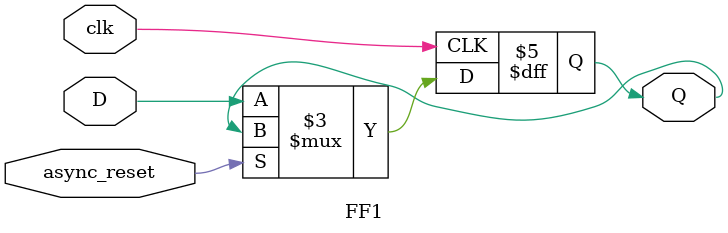
<source format=v>

module FF1(D,clk,async_reset,Q);
    input D;            // Data input
    input clk;          // clock input
    input async_reset;  // asynchronous reset high level
    output reg Q;       // output Q
   

//simple flipflop example
    always @(posedge clk or posedge async_reset)
        begin
            if(async_reset==1'b1)
                 Q1 <= 1'b0;
            else
        Q <= D;
    end


endmodule

</source>
